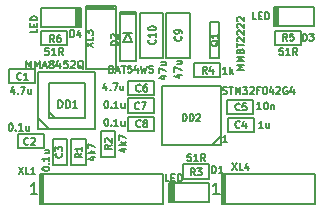
<source format=gbr>
G04 #@! TF.FileFunction,Legend,Top*
%FSLAX46Y46*%
G04 Gerber Fmt 4.6, Leading zero omitted, Abs format (unit mm)*
G04 Created by KiCad (PCBNEW 4.0.0-rc1-stable) date 16.11.2015 3:08:45*
%MOMM*%
G01*
G04 APERTURE LIST*
%ADD10C,0.100000*%
%ADD11C,0.150000*%
%ADD12C,0.149860*%
%ADD13C,0.127000*%
G04 APERTURE END LIST*
D10*
D11*
X126465900Y-85778800D02*
X125365900Y-85778800D01*
X125365900Y-85778800D02*
X125365900Y-84578800D01*
X125365900Y-84578800D02*
X127565900Y-84578800D01*
X127565900Y-84578800D02*
X127565900Y-85778800D01*
X127565900Y-85778800D02*
X126465900Y-85778800D01*
X127194200Y-91224300D02*
X126094200Y-91224300D01*
X126094200Y-91224300D02*
X126094200Y-90024300D01*
X126094200Y-90024300D02*
X128294200Y-90024300D01*
X128294200Y-90024300D02*
X128294200Y-91224300D01*
X128294200Y-91224300D02*
X127194200Y-91224300D01*
X130255700Y-91630600D02*
X130255700Y-92730600D01*
X130255700Y-92730600D02*
X129055700Y-92730600D01*
X129055700Y-92730600D02*
X129055700Y-90530600D01*
X129055700Y-90530600D02*
X130255700Y-90530600D01*
X130255700Y-90530600D02*
X130255700Y-91630600D01*
X145032400Y-88689300D02*
X146132400Y-88689300D01*
X146132400Y-88689300D02*
X146132400Y-89889300D01*
X146132400Y-89889300D02*
X143932400Y-89889300D01*
X143932400Y-89889300D02*
X143932400Y-88689300D01*
X143932400Y-88689300D02*
X145032400Y-88689300D01*
X144961700Y-87163800D02*
X146061700Y-87163800D01*
X146061700Y-87163800D02*
X146061700Y-88363800D01*
X146061700Y-88363800D02*
X143861700Y-88363800D01*
X143861700Y-88363800D02*
X143861700Y-87163800D01*
X143861700Y-87163800D02*
X144961700Y-87163800D01*
X136537700Y-86793600D02*
X135437700Y-86793600D01*
X135437700Y-86793600D02*
X135437700Y-85593600D01*
X135437700Y-85593600D02*
X137637700Y-85593600D01*
X137637700Y-85593600D02*
X137637700Y-86793600D01*
X137637700Y-86793600D02*
X136537700Y-86793600D01*
X136534700Y-88259500D02*
X135434700Y-88259500D01*
X135434700Y-88259500D02*
X135434700Y-87059500D01*
X135434700Y-87059500D02*
X137634700Y-87059500D01*
X137634700Y-87059500D02*
X137634700Y-88259500D01*
X137634700Y-88259500D02*
X136534700Y-88259500D01*
X136561600Y-89792900D02*
X135461600Y-89792900D01*
X135461600Y-89792900D02*
X135461600Y-88592900D01*
X135461600Y-88592900D02*
X137661600Y-88592900D01*
X137661600Y-88592900D02*
X137661600Y-89792900D01*
X137661600Y-89792900D02*
X136561600Y-89792900D01*
X140670700Y-79813900D02*
X140670700Y-83613900D01*
X140670700Y-83613900D02*
X138670700Y-83613900D01*
X138670700Y-83613900D02*
X138670700Y-79813900D01*
X138670700Y-79813900D02*
X140670700Y-79813900D01*
X138418700Y-79805700D02*
X138418700Y-83605700D01*
X138418700Y-83605700D02*
X136418700Y-83605700D01*
X136418700Y-83605700D02*
X136418700Y-79805700D01*
X136418700Y-79805700D02*
X138418700Y-79805700D01*
X139135100Y-95855200D02*
X138935100Y-95855200D01*
X138935100Y-95855200D02*
X138935100Y-94255200D01*
X138935100Y-94255200D02*
X139135100Y-94255200D01*
X139335100Y-95855200D02*
X139185100Y-95855200D01*
X139185100Y-95855200D02*
X139185100Y-94255200D01*
X139185100Y-94255200D02*
X139335100Y-94255200D01*
X139335100Y-94255200D02*
X139085100Y-94255200D01*
X139085100Y-94255200D02*
X139085100Y-95855200D01*
X139085100Y-95855200D02*
X139185100Y-95855200D01*
X142335100Y-95055200D02*
X142335100Y-95855200D01*
X142335100Y-95855200D02*
X139335100Y-95855200D01*
X139335100Y-95855200D02*
X139335100Y-94255200D01*
X139335100Y-94255200D02*
X142335100Y-94255200D01*
X142335100Y-94255200D02*
X142335100Y-95155200D01*
X136130200Y-79874000D02*
X136130200Y-79774000D01*
X136130200Y-79774000D02*
X134730200Y-79774000D01*
X134730200Y-79774000D02*
X134730200Y-79874000D01*
X136130200Y-79874000D02*
X136130200Y-83874000D01*
X136130200Y-83874000D02*
X134730200Y-83874000D01*
X134730200Y-83874000D02*
X134730200Y-79874000D01*
X134730200Y-79874000D02*
X136130200Y-79874000D01*
X135049200Y-81493000D02*
X135811200Y-81493000D01*
X135430200Y-82255000D02*
X135811200Y-82255000D01*
X135811200Y-82255000D02*
X135430200Y-81493000D01*
X135430200Y-81493000D02*
X135049200Y-82255000D01*
X135049200Y-82255000D02*
X135430200Y-82255000D01*
X147978600Y-80910700D02*
X147778600Y-80910700D01*
X147778600Y-80910700D02*
X147778600Y-79310700D01*
X147778600Y-79310700D02*
X147978600Y-79310700D01*
X148178600Y-80910700D02*
X148028600Y-80910700D01*
X148028600Y-80910700D02*
X148028600Y-79310700D01*
X148028600Y-79310700D02*
X148178600Y-79310700D01*
X148178600Y-79310700D02*
X147928600Y-79310700D01*
X147928600Y-79310700D02*
X147928600Y-80910700D01*
X147928600Y-80910700D02*
X148028600Y-80910700D01*
X151178600Y-80110700D02*
X151178600Y-80910700D01*
X151178600Y-80910700D02*
X148178600Y-80910700D01*
X148178600Y-80910700D02*
X148178600Y-79310700D01*
X148178600Y-79310700D02*
X151178600Y-79310700D01*
X151178600Y-79310700D02*
X151178600Y-80210700D01*
X131243900Y-79365500D02*
X131443900Y-79365500D01*
X131443900Y-79365500D02*
X131443900Y-80965500D01*
X131443900Y-80965500D02*
X131243900Y-80965500D01*
X131043900Y-79365500D02*
X131193900Y-79365500D01*
X131193900Y-79365500D02*
X131193900Y-80965500D01*
X131193900Y-80965500D02*
X131043900Y-80965500D01*
X131043900Y-80965500D02*
X131293900Y-80965500D01*
X131293900Y-80965500D02*
X131293900Y-79365500D01*
X131293900Y-79365500D02*
X131193900Y-79365500D01*
X128043900Y-80165500D02*
X128043900Y-79365500D01*
X128043900Y-79365500D02*
X131043900Y-79365500D01*
X131043900Y-79365500D02*
X131043900Y-80965500D01*
X131043900Y-80965500D02*
X128043900Y-80965500D01*
X128043900Y-80965500D02*
X128043900Y-80065500D01*
X127858000Y-88710800D02*
X128758000Y-89610800D01*
X128758000Y-89610800D02*
X128858000Y-89610800D01*
X127858000Y-87210800D02*
X127858000Y-84810800D01*
X127858000Y-84810800D02*
X132658000Y-84810800D01*
X132658000Y-84810800D02*
X132658000Y-89610800D01*
X132658000Y-89610800D02*
X127858000Y-89610800D01*
X127858000Y-89610800D02*
X127858000Y-87210800D01*
D12*
X128756860Y-88211560D02*
X129257240Y-88711940D01*
X128756860Y-85709660D02*
X131759140Y-85709660D01*
X131759140Y-85709660D02*
X131759140Y-88711940D01*
X131759140Y-88711940D02*
X128756860Y-88711940D01*
X128756860Y-88711940D02*
X128756860Y-85709660D01*
D13*
X143171200Y-80586800D02*
X143171200Y-83634800D01*
X143171200Y-83634800D02*
X142409200Y-83634800D01*
X142409200Y-83634800D02*
X142409200Y-80586800D01*
X142409200Y-80586800D02*
X143171200Y-80586800D01*
D11*
X131853200Y-91624300D02*
X131853200Y-92724300D01*
X131853200Y-92724300D02*
X130653200Y-92724300D01*
X130653200Y-92724300D02*
X130653200Y-90524300D01*
X130653200Y-90524300D02*
X131853200Y-90524300D01*
X131853200Y-90524300D02*
X131853200Y-91624300D01*
X134314500Y-90931800D02*
X134314500Y-92031800D01*
X134314500Y-92031800D02*
X133114500Y-92031800D01*
X133114500Y-92031800D02*
X133114500Y-89831800D01*
X133114500Y-89831800D02*
X134314500Y-89831800D01*
X134314500Y-89831800D02*
X134314500Y-90931800D01*
X141211900Y-93834200D02*
X140111900Y-93834200D01*
X140111900Y-93834200D02*
X140111900Y-92634200D01*
X140111900Y-92634200D02*
X142311900Y-92634200D01*
X142311900Y-92634200D02*
X142311900Y-93834200D01*
X142311900Y-93834200D02*
X141211900Y-93834200D01*
X142159300Y-85239500D02*
X141059300Y-85239500D01*
X141059300Y-85239500D02*
X141059300Y-84039500D01*
X141059300Y-84039500D02*
X143259300Y-84039500D01*
X143259300Y-84039500D02*
X143259300Y-85239500D01*
X143259300Y-85239500D02*
X142159300Y-85239500D01*
X148944700Y-82507400D02*
X147844700Y-82507400D01*
X147844700Y-82507400D02*
X147844700Y-81307400D01*
X147844700Y-81307400D02*
X150044700Y-81307400D01*
X150044700Y-81307400D02*
X150044700Y-82507400D01*
X150044700Y-82507400D02*
X148944700Y-82507400D01*
X129168900Y-81363300D02*
X130268900Y-81363300D01*
X130268900Y-81363300D02*
X130268900Y-82563300D01*
X130268900Y-82563300D02*
X128068900Y-82563300D01*
X128068900Y-82563300D02*
X128068900Y-81363300D01*
X128068900Y-81363300D02*
X129168900Y-81363300D01*
X131871200Y-84571400D02*
X131871200Y-79491400D01*
X134411200Y-84571400D02*
X134411200Y-79491400D01*
X131871200Y-79364400D02*
X131871200Y-79491400D01*
X134411200Y-79491400D02*
X134411200Y-79237400D01*
X134411200Y-79237400D02*
X131871200Y-79237400D01*
X131871200Y-79237400D02*
X131871200Y-79364400D01*
X131871200Y-79364400D02*
X134284200Y-79364400D01*
X134411200Y-84571400D02*
X131871200Y-84571400D01*
X131871200Y-79491400D02*
X134411200Y-79491400D01*
X128203400Y-95967400D02*
X127949400Y-95967400D01*
X127949400Y-95967400D02*
X127949400Y-93427400D01*
X127949400Y-93427400D02*
X128203400Y-93427400D01*
X128203400Y-93427400D02*
X128076400Y-93427400D01*
X128076400Y-93427400D02*
X128076400Y-95967400D01*
X128203400Y-93427400D02*
X138363400Y-93427400D01*
X138363400Y-93427400D02*
X138363400Y-95967400D01*
X138363400Y-95967400D02*
X128203400Y-95967400D01*
X128203400Y-95967400D02*
X128203400Y-93427400D01*
X143651100Y-96002500D02*
X151271100Y-96002500D01*
X143651100Y-93462500D02*
X151271100Y-93462500D01*
X143651100Y-96002500D02*
X143397100Y-96002500D01*
X143397100Y-96002500D02*
X143397100Y-93462500D01*
X143397100Y-93462500D02*
X143651100Y-93462500D01*
X143651100Y-93462500D02*
X143524100Y-93462500D01*
X143524100Y-93462500D02*
X143524100Y-96002500D01*
X151271100Y-93462500D02*
X151271100Y-96002500D01*
X143651100Y-96002500D02*
X143651100Y-93462500D01*
X143279300Y-90265100D02*
X142579300Y-90965100D01*
X143279300Y-90965100D02*
X138279300Y-90965100D01*
X138279300Y-90965100D02*
X138279300Y-85965100D01*
X138279300Y-85965100D02*
X143279300Y-85965100D01*
X143279300Y-85965100D02*
X143279300Y-90965100D01*
X126400000Y-85414286D02*
X126371429Y-85442857D01*
X126285715Y-85471429D01*
X126228572Y-85471429D01*
X126142857Y-85442857D01*
X126085715Y-85385714D01*
X126057143Y-85328571D01*
X126028572Y-85214286D01*
X126028572Y-85128571D01*
X126057143Y-85014286D01*
X126085715Y-84957143D01*
X126142857Y-84900000D01*
X126228572Y-84871429D01*
X126285715Y-84871429D01*
X126371429Y-84900000D01*
X126400000Y-84928571D01*
X126971429Y-85471429D02*
X126628572Y-85471429D01*
X126800000Y-85471429D02*
X126800000Y-84871429D01*
X126742857Y-84957143D01*
X126685715Y-85014286D01*
X126628572Y-85042857D01*
X125814286Y-86271429D02*
X125814286Y-86671429D01*
X125671429Y-86042857D02*
X125528572Y-86471429D01*
X125900000Y-86471429D01*
X126128572Y-86614286D02*
X126157144Y-86642857D01*
X126128572Y-86671429D01*
X126100001Y-86642857D01*
X126128572Y-86614286D01*
X126128572Y-86671429D01*
X126357143Y-86071429D02*
X126757143Y-86071429D01*
X126500000Y-86671429D01*
X127242858Y-86271429D02*
X127242858Y-86671429D01*
X126985715Y-86271429D02*
X126985715Y-86585714D01*
X127014287Y-86642857D01*
X127071429Y-86671429D01*
X127157144Y-86671429D01*
X127214287Y-86642857D01*
X127242858Y-86614286D01*
X127000000Y-90914286D02*
X126971429Y-90942857D01*
X126885715Y-90971429D01*
X126828572Y-90971429D01*
X126742857Y-90942857D01*
X126685715Y-90885714D01*
X126657143Y-90828571D01*
X126628572Y-90714286D01*
X126628572Y-90628571D01*
X126657143Y-90514286D01*
X126685715Y-90457143D01*
X126742857Y-90400000D01*
X126828572Y-90371429D01*
X126885715Y-90371429D01*
X126971429Y-90400000D01*
X127000000Y-90428571D01*
X127228572Y-90428571D02*
X127257143Y-90400000D01*
X127314286Y-90371429D01*
X127457143Y-90371429D01*
X127514286Y-90400000D01*
X127542857Y-90428571D01*
X127571429Y-90485714D01*
X127571429Y-90542857D01*
X127542857Y-90628571D01*
X127200000Y-90971429D01*
X127571429Y-90971429D01*
X125471429Y-89171429D02*
X125528572Y-89171429D01*
X125585715Y-89200000D01*
X125614286Y-89228571D01*
X125642857Y-89285714D01*
X125671429Y-89400000D01*
X125671429Y-89542857D01*
X125642857Y-89657143D01*
X125614286Y-89714286D01*
X125585715Y-89742857D01*
X125528572Y-89771429D01*
X125471429Y-89771429D01*
X125414286Y-89742857D01*
X125385715Y-89714286D01*
X125357143Y-89657143D01*
X125328572Y-89542857D01*
X125328572Y-89400000D01*
X125357143Y-89285714D01*
X125385715Y-89228571D01*
X125414286Y-89200000D01*
X125471429Y-89171429D01*
X125928572Y-89714286D02*
X125957144Y-89742857D01*
X125928572Y-89771429D01*
X125900001Y-89742857D01*
X125928572Y-89714286D01*
X125928572Y-89771429D01*
X126528572Y-89771429D02*
X126185715Y-89771429D01*
X126357143Y-89771429D02*
X126357143Y-89171429D01*
X126300000Y-89257143D01*
X126242858Y-89314286D01*
X126185715Y-89342857D01*
X127042858Y-89371429D02*
X127042858Y-89771429D01*
X126785715Y-89371429D02*
X126785715Y-89685714D01*
X126814287Y-89742857D01*
X126871429Y-89771429D01*
X126957144Y-89771429D01*
X127014287Y-89742857D01*
X127042858Y-89714286D01*
X129814286Y-91700000D02*
X129842857Y-91728571D01*
X129871429Y-91814285D01*
X129871429Y-91871428D01*
X129842857Y-91957143D01*
X129785714Y-92014285D01*
X129728571Y-92042857D01*
X129614286Y-92071428D01*
X129528571Y-92071428D01*
X129414286Y-92042857D01*
X129357143Y-92014285D01*
X129300000Y-91957143D01*
X129271429Y-91871428D01*
X129271429Y-91814285D01*
X129300000Y-91728571D01*
X129328571Y-91700000D01*
X129271429Y-91500000D02*
X129271429Y-91128571D01*
X129500000Y-91328571D01*
X129500000Y-91242857D01*
X129528571Y-91185714D01*
X129557143Y-91157143D01*
X129614286Y-91128571D01*
X129757143Y-91128571D01*
X129814286Y-91157143D01*
X129842857Y-91185714D01*
X129871429Y-91242857D01*
X129871429Y-91414285D01*
X129842857Y-91471428D01*
X129814286Y-91500000D01*
X128171429Y-93028571D02*
X128171429Y-92971428D01*
X128200000Y-92914285D01*
X128228571Y-92885714D01*
X128285714Y-92857143D01*
X128400000Y-92828571D01*
X128542857Y-92828571D01*
X128657143Y-92857143D01*
X128714286Y-92885714D01*
X128742857Y-92914285D01*
X128771429Y-92971428D01*
X128771429Y-93028571D01*
X128742857Y-93085714D01*
X128714286Y-93114285D01*
X128657143Y-93142857D01*
X128542857Y-93171428D01*
X128400000Y-93171428D01*
X128285714Y-93142857D01*
X128228571Y-93114285D01*
X128200000Y-93085714D01*
X128171429Y-93028571D01*
X128714286Y-92571428D02*
X128742857Y-92542856D01*
X128771429Y-92571428D01*
X128742857Y-92599999D01*
X128714286Y-92571428D01*
X128771429Y-92571428D01*
X128771429Y-91971428D02*
X128771429Y-92314285D01*
X128771429Y-92142857D02*
X128171429Y-92142857D01*
X128257143Y-92200000D01*
X128314286Y-92257142D01*
X128342857Y-92314285D01*
X128371429Y-91457142D02*
X128771429Y-91457142D01*
X128371429Y-91714285D02*
X128685714Y-91714285D01*
X128742857Y-91685713D01*
X128771429Y-91628571D01*
X128771429Y-91542856D01*
X128742857Y-91485713D01*
X128714286Y-91457142D01*
X144900000Y-89514286D02*
X144871429Y-89542857D01*
X144785715Y-89571429D01*
X144728572Y-89571429D01*
X144642857Y-89542857D01*
X144585715Y-89485714D01*
X144557143Y-89428571D01*
X144528572Y-89314286D01*
X144528572Y-89228571D01*
X144557143Y-89114286D01*
X144585715Y-89057143D01*
X144642857Y-89000000D01*
X144728572Y-88971429D01*
X144785715Y-88971429D01*
X144871429Y-89000000D01*
X144900000Y-89028571D01*
X145414286Y-89171429D02*
X145414286Y-89571429D01*
X145271429Y-88942857D02*
X145128572Y-89371429D01*
X145500000Y-89371429D01*
X146900000Y-89571429D02*
X146557143Y-89571429D01*
X146728571Y-89571429D02*
X146728571Y-88971429D01*
X146671428Y-89057143D01*
X146614286Y-89114286D01*
X146557143Y-89142857D01*
X147414286Y-89171429D02*
X147414286Y-89571429D01*
X147157143Y-89171429D02*
X147157143Y-89485714D01*
X147185715Y-89542857D01*
X147242857Y-89571429D01*
X147328572Y-89571429D01*
X147385715Y-89542857D01*
X147414286Y-89514286D01*
X144900000Y-88014286D02*
X144871429Y-88042857D01*
X144785715Y-88071429D01*
X144728572Y-88071429D01*
X144642857Y-88042857D01*
X144585715Y-87985714D01*
X144557143Y-87928571D01*
X144528572Y-87814286D01*
X144528572Y-87728571D01*
X144557143Y-87614286D01*
X144585715Y-87557143D01*
X144642857Y-87500000D01*
X144728572Y-87471429D01*
X144785715Y-87471429D01*
X144871429Y-87500000D01*
X144900000Y-87528571D01*
X145442857Y-87471429D02*
X145157143Y-87471429D01*
X145128572Y-87757143D01*
X145157143Y-87728571D01*
X145214286Y-87700000D01*
X145357143Y-87700000D01*
X145414286Y-87728571D01*
X145442857Y-87757143D01*
X145471429Y-87814286D01*
X145471429Y-87957143D01*
X145442857Y-88014286D01*
X145414286Y-88042857D01*
X145357143Y-88071429D01*
X145214286Y-88071429D01*
X145157143Y-88042857D01*
X145128572Y-88014286D01*
X146714286Y-87971429D02*
X146371429Y-87971429D01*
X146542857Y-87971429D02*
X146542857Y-87371429D01*
X146485714Y-87457143D01*
X146428572Y-87514286D01*
X146371429Y-87542857D01*
X147085715Y-87371429D02*
X147142858Y-87371429D01*
X147200001Y-87400000D01*
X147228572Y-87428571D01*
X147257143Y-87485714D01*
X147285715Y-87600000D01*
X147285715Y-87742857D01*
X147257143Y-87857143D01*
X147228572Y-87914286D01*
X147200001Y-87942857D01*
X147142858Y-87971429D01*
X147085715Y-87971429D01*
X147028572Y-87942857D01*
X147000001Y-87914286D01*
X146971429Y-87857143D01*
X146942858Y-87742857D01*
X146942858Y-87600000D01*
X146971429Y-87485714D01*
X147000001Y-87428571D01*
X147028572Y-87400000D01*
X147085715Y-87371429D01*
X147542858Y-87571429D02*
X147542858Y-87971429D01*
X147542858Y-87628571D02*
X147571430Y-87600000D01*
X147628572Y-87571429D01*
X147714287Y-87571429D01*
X147771430Y-87600000D01*
X147800001Y-87657143D01*
X147800001Y-87971429D01*
X136500000Y-86414286D02*
X136471429Y-86442857D01*
X136385715Y-86471429D01*
X136328572Y-86471429D01*
X136242857Y-86442857D01*
X136185715Y-86385714D01*
X136157143Y-86328571D01*
X136128572Y-86214286D01*
X136128572Y-86128571D01*
X136157143Y-86014286D01*
X136185715Y-85957143D01*
X136242857Y-85900000D01*
X136328572Y-85871429D01*
X136385715Y-85871429D01*
X136471429Y-85900000D01*
X136500000Y-85928571D01*
X137014286Y-85871429D02*
X136900000Y-85871429D01*
X136842857Y-85900000D01*
X136814286Y-85928571D01*
X136757143Y-86014286D01*
X136728572Y-86128571D01*
X136728572Y-86357143D01*
X136757143Y-86414286D01*
X136785715Y-86442857D01*
X136842857Y-86471429D01*
X136957143Y-86471429D01*
X137014286Y-86442857D01*
X137042857Y-86414286D01*
X137071429Y-86357143D01*
X137071429Y-86214286D01*
X137042857Y-86157143D01*
X137014286Y-86128571D01*
X136957143Y-86100000D01*
X136842857Y-86100000D01*
X136785715Y-86128571D01*
X136757143Y-86157143D01*
X136728572Y-86214286D01*
X133614286Y-85971429D02*
X133614286Y-86371429D01*
X133471429Y-85742857D02*
X133328572Y-86171429D01*
X133700000Y-86171429D01*
X133928572Y-86314286D02*
X133957144Y-86342857D01*
X133928572Y-86371429D01*
X133900001Y-86342857D01*
X133928572Y-86314286D01*
X133928572Y-86371429D01*
X134157143Y-85771429D02*
X134557143Y-85771429D01*
X134300000Y-86371429D01*
X135042858Y-85971429D02*
X135042858Y-86371429D01*
X134785715Y-85971429D02*
X134785715Y-86285714D01*
X134814287Y-86342857D01*
X134871429Y-86371429D01*
X134957144Y-86371429D01*
X135014287Y-86342857D01*
X135042858Y-86314286D01*
X136400000Y-87914286D02*
X136371429Y-87942857D01*
X136285715Y-87971429D01*
X136228572Y-87971429D01*
X136142857Y-87942857D01*
X136085715Y-87885714D01*
X136057143Y-87828571D01*
X136028572Y-87714286D01*
X136028572Y-87628571D01*
X136057143Y-87514286D01*
X136085715Y-87457143D01*
X136142857Y-87400000D01*
X136228572Y-87371429D01*
X136285715Y-87371429D01*
X136371429Y-87400000D01*
X136400000Y-87428571D01*
X136600000Y-87371429D02*
X137000000Y-87371429D01*
X136742857Y-87971429D01*
X133571429Y-87271429D02*
X133628572Y-87271429D01*
X133685715Y-87300000D01*
X133714286Y-87328571D01*
X133742857Y-87385714D01*
X133771429Y-87500000D01*
X133771429Y-87642857D01*
X133742857Y-87757143D01*
X133714286Y-87814286D01*
X133685715Y-87842857D01*
X133628572Y-87871429D01*
X133571429Y-87871429D01*
X133514286Y-87842857D01*
X133485715Y-87814286D01*
X133457143Y-87757143D01*
X133428572Y-87642857D01*
X133428572Y-87500000D01*
X133457143Y-87385714D01*
X133485715Y-87328571D01*
X133514286Y-87300000D01*
X133571429Y-87271429D01*
X134028572Y-87814286D02*
X134057144Y-87842857D01*
X134028572Y-87871429D01*
X134000001Y-87842857D01*
X134028572Y-87814286D01*
X134028572Y-87871429D01*
X134628572Y-87871429D02*
X134285715Y-87871429D01*
X134457143Y-87871429D02*
X134457143Y-87271429D01*
X134400000Y-87357143D01*
X134342858Y-87414286D01*
X134285715Y-87442857D01*
X135142858Y-87471429D02*
X135142858Y-87871429D01*
X134885715Y-87471429D02*
X134885715Y-87785714D01*
X134914287Y-87842857D01*
X134971429Y-87871429D01*
X135057144Y-87871429D01*
X135114287Y-87842857D01*
X135142858Y-87814286D01*
X136500000Y-89414286D02*
X136471429Y-89442857D01*
X136385715Y-89471429D01*
X136328572Y-89471429D01*
X136242857Y-89442857D01*
X136185715Y-89385714D01*
X136157143Y-89328571D01*
X136128572Y-89214286D01*
X136128572Y-89128571D01*
X136157143Y-89014286D01*
X136185715Y-88957143D01*
X136242857Y-88900000D01*
X136328572Y-88871429D01*
X136385715Y-88871429D01*
X136471429Y-88900000D01*
X136500000Y-88928571D01*
X136842857Y-89128571D02*
X136785715Y-89100000D01*
X136757143Y-89071429D01*
X136728572Y-89014286D01*
X136728572Y-88985714D01*
X136757143Y-88928571D01*
X136785715Y-88900000D01*
X136842857Y-88871429D01*
X136957143Y-88871429D01*
X137014286Y-88900000D01*
X137042857Y-88928571D01*
X137071429Y-88985714D01*
X137071429Y-89014286D01*
X137042857Y-89071429D01*
X137014286Y-89100000D01*
X136957143Y-89128571D01*
X136842857Y-89128571D01*
X136785715Y-89157143D01*
X136757143Y-89185714D01*
X136728572Y-89242857D01*
X136728572Y-89357143D01*
X136757143Y-89414286D01*
X136785715Y-89442857D01*
X136842857Y-89471429D01*
X136957143Y-89471429D01*
X137014286Y-89442857D01*
X137042857Y-89414286D01*
X137071429Y-89357143D01*
X137071429Y-89242857D01*
X137042857Y-89185714D01*
X137014286Y-89157143D01*
X136957143Y-89128571D01*
X133571429Y-88771429D02*
X133628572Y-88771429D01*
X133685715Y-88800000D01*
X133714286Y-88828571D01*
X133742857Y-88885714D01*
X133771429Y-89000000D01*
X133771429Y-89142857D01*
X133742857Y-89257143D01*
X133714286Y-89314286D01*
X133685715Y-89342857D01*
X133628572Y-89371429D01*
X133571429Y-89371429D01*
X133514286Y-89342857D01*
X133485715Y-89314286D01*
X133457143Y-89257143D01*
X133428572Y-89142857D01*
X133428572Y-89000000D01*
X133457143Y-88885714D01*
X133485715Y-88828571D01*
X133514286Y-88800000D01*
X133571429Y-88771429D01*
X134028572Y-89314286D02*
X134057144Y-89342857D01*
X134028572Y-89371429D01*
X134000001Y-89342857D01*
X134028572Y-89314286D01*
X134028572Y-89371429D01*
X134628572Y-89371429D02*
X134285715Y-89371429D01*
X134457143Y-89371429D02*
X134457143Y-88771429D01*
X134400000Y-88857143D01*
X134342858Y-88914286D01*
X134285715Y-88942857D01*
X135142858Y-88971429D02*
X135142858Y-89371429D01*
X134885715Y-88971429D02*
X134885715Y-89285714D01*
X134914287Y-89342857D01*
X134971429Y-89371429D01*
X135057144Y-89371429D01*
X135114287Y-89342857D01*
X135142858Y-89314286D01*
X139914286Y-81800000D02*
X139942857Y-81828571D01*
X139971429Y-81914285D01*
X139971429Y-81971428D01*
X139942857Y-82057143D01*
X139885714Y-82114285D01*
X139828571Y-82142857D01*
X139714286Y-82171428D01*
X139628571Y-82171428D01*
X139514286Y-82142857D01*
X139457143Y-82114285D01*
X139400000Y-82057143D01*
X139371429Y-81971428D01*
X139371429Y-81914285D01*
X139400000Y-81828571D01*
X139428571Y-81800000D01*
X139971429Y-81514285D02*
X139971429Y-81400000D01*
X139942857Y-81342857D01*
X139914286Y-81314285D01*
X139828571Y-81257143D01*
X139714286Y-81228571D01*
X139485714Y-81228571D01*
X139428571Y-81257143D01*
X139400000Y-81285714D01*
X139371429Y-81342857D01*
X139371429Y-81457143D01*
X139400000Y-81514285D01*
X139428571Y-81542857D01*
X139485714Y-81571428D01*
X139628571Y-81571428D01*
X139685714Y-81542857D01*
X139714286Y-81514285D01*
X139742857Y-81457143D01*
X139742857Y-81342857D01*
X139714286Y-81285714D01*
X139685714Y-81257143D01*
X139628571Y-81228571D01*
X139571429Y-85042857D02*
X139971429Y-85042857D01*
X139342857Y-85185714D02*
X139771429Y-85328571D01*
X139771429Y-84957143D01*
X139371429Y-84785714D02*
X139371429Y-84385714D01*
X139971429Y-84642857D01*
X139571429Y-83899999D02*
X139971429Y-83899999D01*
X139571429Y-84157142D02*
X139885714Y-84157142D01*
X139942857Y-84128570D01*
X139971429Y-84071428D01*
X139971429Y-83985713D01*
X139942857Y-83928570D01*
X139914286Y-83899999D01*
X137714286Y-82085715D02*
X137742857Y-82114286D01*
X137771429Y-82200000D01*
X137771429Y-82257143D01*
X137742857Y-82342858D01*
X137685714Y-82400000D01*
X137628571Y-82428572D01*
X137514286Y-82457143D01*
X137428571Y-82457143D01*
X137314286Y-82428572D01*
X137257143Y-82400000D01*
X137200000Y-82342858D01*
X137171429Y-82257143D01*
X137171429Y-82200000D01*
X137200000Y-82114286D01*
X137228571Y-82085715D01*
X137771429Y-81514286D02*
X137771429Y-81857143D01*
X137771429Y-81685715D02*
X137171429Y-81685715D01*
X137257143Y-81742858D01*
X137314286Y-81800000D01*
X137342857Y-81857143D01*
X137171429Y-81142857D02*
X137171429Y-81085714D01*
X137200000Y-81028571D01*
X137228571Y-81000000D01*
X137285714Y-80971429D01*
X137400000Y-80942857D01*
X137542857Y-80942857D01*
X137657143Y-80971429D01*
X137714286Y-81000000D01*
X137742857Y-81028571D01*
X137771429Y-81085714D01*
X137771429Y-81142857D01*
X137742857Y-81200000D01*
X137714286Y-81228571D01*
X137657143Y-81257143D01*
X137542857Y-81285714D01*
X137400000Y-81285714D01*
X137285714Y-81257143D01*
X137228571Y-81228571D01*
X137200000Y-81200000D01*
X137171429Y-81142857D01*
X138271429Y-85142857D02*
X138671429Y-85142857D01*
X138042857Y-85285714D02*
X138471429Y-85428571D01*
X138471429Y-85057143D01*
X138071429Y-84885714D02*
X138071429Y-84485714D01*
X138671429Y-84742857D01*
X138271429Y-83999999D02*
X138671429Y-83999999D01*
X138271429Y-84257142D02*
X138585714Y-84257142D01*
X138642857Y-84228570D01*
X138671429Y-84171428D01*
X138671429Y-84085713D01*
X138642857Y-84028570D01*
X138614286Y-83999999D01*
X142557143Y-93371429D02*
X142557143Y-92771429D01*
X142700000Y-92771429D01*
X142785715Y-92800000D01*
X142842857Y-92857143D01*
X142871429Y-92914286D01*
X142900000Y-93028571D01*
X142900000Y-93114286D01*
X142871429Y-93228571D01*
X142842857Y-93285714D01*
X142785715Y-93342857D01*
X142700000Y-93371429D01*
X142557143Y-93371429D01*
X143471429Y-93371429D02*
X143128572Y-93371429D01*
X143300000Y-93371429D02*
X143300000Y-92771429D01*
X143242857Y-92857143D01*
X143185715Y-92914286D01*
X143128572Y-92942857D01*
X138914286Y-94071429D02*
X138628572Y-94071429D01*
X138628572Y-93471429D01*
X139114286Y-93757143D02*
X139314286Y-93757143D01*
X139400000Y-94071429D02*
X139114286Y-94071429D01*
X139114286Y-93471429D01*
X139400000Y-93471429D01*
X139657143Y-94071429D02*
X139657143Y-93471429D01*
X139800000Y-93471429D01*
X139885715Y-93500000D01*
X139942857Y-93557143D01*
X139971429Y-93614286D01*
X140000000Y-93728571D01*
X140000000Y-93814286D01*
X139971429Y-93928571D01*
X139942857Y-93985714D01*
X139885715Y-94042857D01*
X139800000Y-94071429D01*
X139657143Y-94071429D01*
D12*
X134571175Y-82542443D02*
X133971735Y-82542443D01*
X133971735Y-82399719D01*
X134000280Y-82314085D01*
X134057370Y-82256996D01*
X134114459Y-82228451D01*
X134228638Y-82199906D01*
X134314272Y-82199906D01*
X134428451Y-82228451D01*
X134485541Y-82256996D01*
X134542630Y-82314085D01*
X134571175Y-82399719D01*
X134571175Y-82542443D01*
X134028825Y-81971548D02*
X134000280Y-81943003D01*
X133971735Y-81885914D01*
X133971735Y-81743190D01*
X134000280Y-81686100D01*
X134028825Y-81657556D01*
X134085914Y-81629011D01*
X134143004Y-81629011D01*
X134228638Y-81657556D01*
X134571175Y-82000093D01*
X134571175Y-81629011D01*
X134058677Y-84557183D02*
X134144311Y-84585728D01*
X134172856Y-84614272D01*
X134201401Y-84671362D01*
X134201401Y-84756996D01*
X134172856Y-84814086D01*
X134144311Y-84842630D01*
X134087222Y-84871175D01*
X133858864Y-84871175D01*
X133858864Y-84271735D01*
X134058677Y-84271735D01*
X134115767Y-84300280D01*
X134144311Y-84328825D01*
X134172856Y-84385914D01*
X134172856Y-84443004D01*
X134144311Y-84500093D01*
X134115767Y-84528638D01*
X134058677Y-84557183D01*
X133858864Y-84557183D01*
X134429759Y-84699907D02*
X134715207Y-84699907D01*
X134372670Y-84871175D02*
X134572483Y-84271735D01*
X134772296Y-84871175D01*
X134886476Y-84271735D02*
X135229013Y-84271735D01*
X135057744Y-84871175D02*
X135057744Y-84271735D01*
X135714273Y-84271735D02*
X135428826Y-84271735D01*
X135400281Y-84557183D01*
X135428826Y-84528638D01*
X135485915Y-84500093D01*
X135628639Y-84500093D01*
X135685729Y-84528638D01*
X135714273Y-84557183D01*
X135742818Y-84614272D01*
X135742818Y-84756996D01*
X135714273Y-84814086D01*
X135685729Y-84842630D01*
X135628639Y-84871175D01*
X135485915Y-84871175D01*
X135428826Y-84842630D01*
X135400281Y-84814086D01*
X136256624Y-84471549D02*
X136256624Y-84871175D01*
X136113900Y-84243190D02*
X135971176Y-84671362D01*
X136342258Y-84671362D01*
X136513526Y-84271735D02*
X136656250Y-84871175D01*
X136770429Y-84443004D01*
X136884608Y-84871175D01*
X137027332Y-84271735D01*
X137227145Y-84842630D02*
X137312779Y-84871175D01*
X137455503Y-84871175D01*
X137512593Y-84842630D01*
X137541137Y-84814086D01*
X137569682Y-84756996D01*
X137569682Y-84699907D01*
X137541137Y-84642817D01*
X137512593Y-84614272D01*
X137455503Y-84585728D01*
X137341324Y-84557183D01*
X137284235Y-84528638D01*
X137255690Y-84500093D01*
X137227145Y-84443004D01*
X137227145Y-84385914D01*
X137255690Y-84328825D01*
X137284235Y-84300280D01*
X137341324Y-84271735D01*
X137484048Y-84271735D01*
X137569682Y-84300280D01*
D11*
X150257143Y-82171429D02*
X150257143Y-81571429D01*
X150400000Y-81571429D01*
X150485715Y-81600000D01*
X150542857Y-81657143D01*
X150571429Y-81714286D01*
X150600000Y-81828571D01*
X150600000Y-81914286D01*
X150571429Y-82028571D01*
X150542857Y-82085714D01*
X150485715Y-82142857D01*
X150400000Y-82171429D01*
X150257143Y-82171429D01*
X150800000Y-81571429D02*
X151171429Y-81571429D01*
X150971429Y-81800000D01*
X151057143Y-81800000D01*
X151114286Y-81828571D01*
X151142857Y-81857143D01*
X151171429Y-81914286D01*
X151171429Y-82057143D01*
X151142857Y-82114286D01*
X151114286Y-82142857D01*
X151057143Y-82171429D01*
X150885715Y-82171429D01*
X150828572Y-82142857D01*
X150800000Y-82114286D01*
X146314286Y-80371429D02*
X146028572Y-80371429D01*
X146028572Y-79771429D01*
X146514286Y-80057143D02*
X146714286Y-80057143D01*
X146800000Y-80371429D02*
X146514286Y-80371429D01*
X146514286Y-79771429D01*
X146800000Y-79771429D01*
X147057143Y-80371429D02*
X147057143Y-79771429D01*
X147200000Y-79771429D01*
X147285715Y-79800000D01*
X147342857Y-79857143D01*
X147371429Y-79914286D01*
X147400000Y-80028571D01*
X147400000Y-80114286D01*
X147371429Y-80228571D01*
X147342857Y-80285714D01*
X147285715Y-80342857D01*
X147200000Y-80371429D01*
X147057143Y-80371429D01*
X130557143Y-81871429D02*
X130557143Y-81271429D01*
X130700000Y-81271429D01*
X130785715Y-81300000D01*
X130842857Y-81357143D01*
X130871429Y-81414286D01*
X130900000Y-81528571D01*
X130900000Y-81614286D01*
X130871429Y-81728571D01*
X130842857Y-81785714D01*
X130785715Y-81842857D01*
X130700000Y-81871429D01*
X130557143Y-81871429D01*
X131414286Y-81471429D02*
X131414286Y-81871429D01*
X131271429Y-81242857D02*
X131128572Y-81671429D01*
X131500000Y-81671429D01*
X127771429Y-81185714D02*
X127771429Y-81471428D01*
X127171429Y-81471428D01*
X127457143Y-80985714D02*
X127457143Y-80785714D01*
X127771429Y-80700000D02*
X127771429Y-80985714D01*
X127171429Y-80985714D01*
X127171429Y-80700000D01*
X127771429Y-80442857D02*
X127171429Y-80442857D01*
X127171429Y-80300000D01*
X127200000Y-80214285D01*
X127257143Y-80157143D01*
X127314286Y-80128571D01*
X127428571Y-80100000D01*
X127514286Y-80100000D01*
X127628571Y-80128571D01*
X127685714Y-80157143D01*
X127742857Y-80214285D01*
X127771429Y-80300000D01*
X127771429Y-80442857D01*
D12*
X129551809Y-87838062D02*
X129551809Y-87203062D01*
X129703000Y-87203062D01*
X129793714Y-87233300D01*
X129854190Y-87293776D01*
X129884429Y-87354252D01*
X129914667Y-87475205D01*
X129914667Y-87565919D01*
X129884429Y-87686871D01*
X129854190Y-87747348D01*
X129793714Y-87807824D01*
X129703000Y-87838062D01*
X129551809Y-87838062D01*
X130186809Y-87838062D02*
X130186809Y-87203062D01*
X130338000Y-87203062D01*
X130428714Y-87233300D01*
X130489190Y-87293776D01*
X130519429Y-87354252D01*
X130549667Y-87475205D01*
X130549667Y-87565919D01*
X130519429Y-87686871D01*
X130489190Y-87747348D01*
X130428714Y-87807824D01*
X130338000Y-87838062D01*
X130186809Y-87838062D01*
X131154429Y-87838062D02*
X130791571Y-87838062D01*
X130973000Y-87838062D02*
X130973000Y-87203062D01*
X130912524Y-87293776D01*
X130852048Y-87354252D01*
X130791571Y-87384490D01*
X126811190Y-84487262D02*
X126811190Y-83852262D01*
X127022857Y-84305833D01*
X127234524Y-83852262D01*
X127234524Y-84487262D01*
X127536904Y-84487262D02*
X127536904Y-83852262D01*
X127748571Y-84305833D01*
X127960238Y-83852262D01*
X127960238Y-84487262D01*
X128232380Y-84305833D02*
X128534761Y-84305833D01*
X128171904Y-84487262D02*
X128383571Y-83852262D01*
X128595238Y-84487262D01*
X128897619Y-84124405D02*
X128837143Y-84094167D01*
X128806904Y-84063929D01*
X128776666Y-84003452D01*
X128776666Y-83973214D01*
X128806904Y-83912738D01*
X128837143Y-83882500D01*
X128897619Y-83852262D01*
X129018571Y-83852262D01*
X129079047Y-83882500D01*
X129109285Y-83912738D01*
X129139524Y-83973214D01*
X129139524Y-84003452D01*
X129109285Y-84063929D01*
X129079047Y-84094167D01*
X129018571Y-84124405D01*
X128897619Y-84124405D01*
X128837143Y-84154643D01*
X128806904Y-84184881D01*
X128776666Y-84245357D01*
X128776666Y-84366310D01*
X128806904Y-84426786D01*
X128837143Y-84457024D01*
X128897619Y-84487262D01*
X129018571Y-84487262D01*
X129079047Y-84457024D01*
X129109285Y-84426786D01*
X129139524Y-84366310D01*
X129139524Y-84245357D01*
X129109285Y-84184881D01*
X129079047Y-84154643D01*
X129018571Y-84124405D01*
X129683809Y-84063929D02*
X129683809Y-84487262D01*
X129532619Y-83822024D02*
X129381428Y-84275595D01*
X129774524Y-84275595D01*
X130318809Y-83852262D02*
X130016428Y-83852262D01*
X129986190Y-84154643D01*
X130016428Y-84124405D01*
X130076905Y-84094167D01*
X130228095Y-84094167D01*
X130288571Y-84124405D01*
X130318809Y-84154643D01*
X130349048Y-84215119D01*
X130349048Y-84366310D01*
X130318809Y-84426786D01*
X130288571Y-84457024D01*
X130228095Y-84487262D01*
X130076905Y-84487262D01*
X130016428Y-84457024D01*
X129986190Y-84426786D01*
X130590952Y-83912738D02*
X130621190Y-83882500D01*
X130681667Y-83852262D01*
X130832857Y-83852262D01*
X130893333Y-83882500D01*
X130923571Y-83912738D01*
X130953810Y-83973214D01*
X130953810Y-84033690D01*
X130923571Y-84124405D01*
X130560714Y-84487262D01*
X130953810Y-84487262D01*
X131649286Y-84547738D02*
X131588810Y-84517500D01*
X131528333Y-84457024D01*
X131437619Y-84366310D01*
X131377143Y-84336071D01*
X131316667Y-84336071D01*
X131346905Y-84487262D02*
X131286429Y-84457024D01*
X131225952Y-84396548D01*
X131195714Y-84275595D01*
X131195714Y-84063929D01*
X131225952Y-83942976D01*
X131286429Y-83882500D01*
X131346905Y-83852262D01*
X131467857Y-83852262D01*
X131528333Y-83882500D01*
X131588810Y-83942976D01*
X131619048Y-84063929D01*
X131619048Y-84275595D01*
X131588810Y-84396548D01*
X131528333Y-84457024D01*
X131467857Y-84487262D01*
X131346905Y-84487262D01*
D11*
X143128571Y-82157143D02*
X143100000Y-82214286D01*
X143042857Y-82271429D01*
X142957143Y-82357143D01*
X142928571Y-82414286D01*
X142928571Y-82471429D01*
X143071429Y-82442857D02*
X143042857Y-82500000D01*
X142985714Y-82557143D01*
X142871429Y-82585714D01*
X142671429Y-82585714D01*
X142557143Y-82557143D01*
X142500000Y-82500000D01*
X142471429Y-82442857D01*
X142471429Y-82328571D01*
X142500000Y-82271429D01*
X142557143Y-82214286D01*
X142671429Y-82185714D01*
X142871429Y-82185714D01*
X142985714Y-82214286D01*
X143042857Y-82271429D01*
X143071429Y-82328571D01*
X143071429Y-82442857D01*
X143071429Y-81614286D02*
X143071429Y-81957143D01*
X143071429Y-81785715D02*
X142471429Y-81785715D01*
X142557143Y-81842858D01*
X142614286Y-81900000D01*
X142642857Y-81957143D01*
D12*
X145271175Y-84612218D02*
X144671735Y-84612218D01*
X145099907Y-84412405D01*
X144671735Y-84212592D01*
X145271175Y-84212592D01*
X145271175Y-83927144D02*
X144671735Y-83927144D01*
X145099907Y-83727331D01*
X144671735Y-83527518D01*
X145271175Y-83527518D01*
X144957183Y-83042257D02*
X144985728Y-82956623D01*
X145014272Y-82928078D01*
X145071362Y-82899533D01*
X145156996Y-82899533D01*
X145214086Y-82928078D01*
X145242630Y-82956623D01*
X145271175Y-83013712D01*
X145271175Y-83242070D01*
X144671735Y-83242070D01*
X144671735Y-83042257D01*
X144700280Y-82985167D01*
X144728825Y-82956623D01*
X144785914Y-82928078D01*
X144843004Y-82928078D01*
X144900093Y-82956623D01*
X144928638Y-82985167D01*
X144957183Y-83042257D01*
X144957183Y-83242070D01*
X144671735Y-82728264D02*
X144671735Y-82385727D01*
X145271175Y-82556996D02*
X144671735Y-82556996D01*
X144728825Y-82214459D02*
X144700280Y-82185914D01*
X144671735Y-82128825D01*
X144671735Y-81986101D01*
X144700280Y-81929011D01*
X144728825Y-81900467D01*
X144785914Y-81871922D01*
X144843004Y-81871922D01*
X144928638Y-81900467D01*
X145271175Y-82243004D01*
X145271175Y-81871922D01*
X144728825Y-81643564D02*
X144700280Y-81615019D01*
X144671735Y-81557930D01*
X144671735Y-81415206D01*
X144700280Y-81358116D01*
X144728825Y-81329572D01*
X144785914Y-81301027D01*
X144843004Y-81301027D01*
X144928638Y-81329572D01*
X145271175Y-81672109D01*
X145271175Y-81301027D01*
X144728825Y-81072669D02*
X144700280Y-81044124D01*
X144671735Y-80987035D01*
X144671735Y-80844311D01*
X144700280Y-80787221D01*
X144728825Y-80758677D01*
X144785914Y-80730132D01*
X144843004Y-80730132D01*
X144928638Y-80758677D01*
X145271175Y-81101214D01*
X145271175Y-80730132D01*
X144728825Y-80501774D02*
X144700280Y-80473229D01*
X144671735Y-80416140D01*
X144671735Y-80273416D01*
X144700280Y-80216326D01*
X144728825Y-80187782D01*
X144785914Y-80159237D01*
X144843004Y-80159237D01*
X144928638Y-80187782D01*
X145271175Y-80530319D01*
X145271175Y-80159237D01*
D11*
X131571429Y-91700000D02*
X131285714Y-91900000D01*
X131571429Y-92042857D02*
X130971429Y-92042857D01*
X130971429Y-91814285D01*
X131000000Y-91757143D01*
X131028571Y-91728571D01*
X131085714Y-91700000D01*
X131171429Y-91700000D01*
X131228571Y-91728571D01*
X131257143Y-91757143D01*
X131285714Y-91814285D01*
X131285714Y-92042857D01*
X131571429Y-91128571D02*
X131571429Y-91471428D01*
X131571429Y-91300000D02*
X130971429Y-91300000D01*
X131057143Y-91357143D01*
X131114286Y-91414285D01*
X131142857Y-91471428D01*
X132271429Y-92014286D02*
X132671429Y-92014286D01*
X132042857Y-92157143D02*
X132471429Y-92300000D01*
X132471429Y-91928572D01*
X132671429Y-91700000D02*
X132071429Y-91700000D01*
X132442857Y-91642857D02*
X132671429Y-91471428D01*
X132271429Y-91471428D02*
X132500000Y-91700000D01*
X132071429Y-91271429D02*
X132071429Y-90871429D01*
X132671429Y-91128572D01*
X134071429Y-91000000D02*
X133785714Y-91200000D01*
X134071429Y-91342857D02*
X133471429Y-91342857D01*
X133471429Y-91114285D01*
X133500000Y-91057143D01*
X133528571Y-91028571D01*
X133585714Y-91000000D01*
X133671429Y-91000000D01*
X133728571Y-91028571D01*
X133757143Y-91057143D01*
X133785714Y-91114285D01*
X133785714Y-91342857D01*
X133528571Y-90771428D02*
X133500000Y-90742857D01*
X133471429Y-90685714D01*
X133471429Y-90542857D01*
X133500000Y-90485714D01*
X133528571Y-90457143D01*
X133585714Y-90428571D01*
X133642857Y-90428571D01*
X133728571Y-90457143D01*
X134071429Y-90800000D01*
X134071429Y-90428571D01*
X134871429Y-91314286D02*
X135271429Y-91314286D01*
X134642857Y-91457143D02*
X135071429Y-91600000D01*
X135071429Y-91228572D01*
X135271429Y-91000000D02*
X134671429Y-91000000D01*
X135042857Y-90942857D02*
X135271429Y-90771428D01*
X134871429Y-90771428D02*
X135100000Y-91000000D01*
X134671429Y-90571429D02*
X134671429Y-90171429D01*
X135271429Y-90428572D01*
X141100000Y-93571429D02*
X140900000Y-93285714D01*
X140757143Y-93571429D02*
X140757143Y-92971429D01*
X140985715Y-92971429D01*
X141042857Y-93000000D01*
X141071429Y-93028571D01*
X141100000Y-93085714D01*
X141100000Y-93171429D01*
X141071429Y-93228571D01*
X141042857Y-93257143D01*
X140985715Y-93285714D01*
X140757143Y-93285714D01*
X141300000Y-92971429D02*
X141671429Y-92971429D01*
X141471429Y-93200000D01*
X141557143Y-93200000D01*
X141614286Y-93228571D01*
X141642857Y-93257143D01*
X141671429Y-93314286D01*
X141671429Y-93457143D01*
X141642857Y-93514286D01*
X141614286Y-93542857D01*
X141557143Y-93571429D01*
X141385715Y-93571429D01*
X141328572Y-93542857D01*
X141300000Y-93514286D01*
X140769042Y-91755629D02*
X140483328Y-91755629D01*
X140454757Y-92041343D01*
X140483328Y-92012771D01*
X140540471Y-91984200D01*
X140683328Y-91984200D01*
X140740471Y-92012771D01*
X140769042Y-92041343D01*
X140797614Y-92098486D01*
X140797614Y-92241343D01*
X140769042Y-92298486D01*
X140740471Y-92327057D01*
X140683328Y-92355629D01*
X140540471Y-92355629D01*
X140483328Y-92327057D01*
X140454757Y-92298486D01*
X141369043Y-92355629D02*
X141026186Y-92355629D01*
X141197614Y-92355629D02*
X141197614Y-91755629D01*
X141140471Y-91841343D01*
X141083329Y-91898486D01*
X141026186Y-91927057D01*
X141969043Y-92355629D02*
X141769043Y-92069914D01*
X141626186Y-92355629D02*
X141626186Y-91755629D01*
X141854758Y-91755629D01*
X141911900Y-91784200D01*
X141940472Y-91812771D01*
X141969043Y-91869914D01*
X141969043Y-91955629D01*
X141940472Y-92012771D01*
X141911900Y-92041343D01*
X141854758Y-92069914D01*
X141626186Y-92069914D01*
X142100000Y-84971429D02*
X141900000Y-84685714D01*
X141757143Y-84971429D02*
X141757143Y-84371429D01*
X141985715Y-84371429D01*
X142042857Y-84400000D01*
X142071429Y-84428571D01*
X142100000Y-84485714D01*
X142100000Y-84571429D01*
X142071429Y-84628571D01*
X142042857Y-84657143D01*
X141985715Y-84685714D01*
X141757143Y-84685714D01*
X142614286Y-84571429D02*
X142614286Y-84971429D01*
X142471429Y-84342857D02*
X142328572Y-84771429D01*
X142700000Y-84771429D01*
X143828572Y-84971429D02*
X143485715Y-84971429D01*
X143657143Y-84971429D02*
X143657143Y-84371429D01*
X143600000Y-84457143D01*
X143542858Y-84514286D01*
X143485715Y-84542857D01*
X144085715Y-84971429D02*
X144085715Y-84371429D01*
X144142858Y-84742857D02*
X144314287Y-84971429D01*
X144314287Y-84571429D02*
X144085715Y-84800000D01*
X148900000Y-82171429D02*
X148700000Y-81885714D01*
X148557143Y-82171429D02*
X148557143Y-81571429D01*
X148785715Y-81571429D01*
X148842857Y-81600000D01*
X148871429Y-81628571D01*
X148900000Y-81685714D01*
X148900000Y-81771429D01*
X148871429Y-81828571D01*
X148842857Y-81857143D01*
X148785715Y-81885714D01*
X148557143Y-81885714D01*
X149442857Y-81571429D02*
X149157143Y-81571429D01*
X149128572Y-81857143D01*
X149157143Y-81828571D01*
X149214286Y-81800000D01*
X149357143Y-81800000D01*
X149414286Y-81828571D01*
X149442857Y-81857143D01*
X149471429Y-81914286D01*
X149471429Y-82057143D01*
X149442857Y-82114286D01*
X149414286Y-82142857D01*
X149357143Y-82171429D01*
X149214286Y-82171429D01*
X149157143Y-82142857D01*
X149128572Y-82114286D01*
X148557142Y-82771429D02*
X148271428Y-82771429D01*
X148242857Y-83057143D01*
X148271428Y-83028571D01*
X148328571Y-83000000D01*
X148471428Y-83000000D01*
X148528571Y-83028571D01*
X148557142Y-83057143D01*
X148585714Y-83114286D01*
X148585714Y-83257143D01*
X148557142Y-83314286D01*
X148528571Y-83342857D01*
X148471428Y-83371429D01*
X148328571Y-83371429D01*
X148271428Y-83342857D01*
X148242857Y-83314286D01*
X149157143Y-83371429D02*
X148814286Y-83371429D01*
X148985714Y-83371429D02*
X148985714Y-82771429D01*
X148928571Y-82857143D01*
X148871429Y-82914286D01*
X148814286Y-82942857D01*
X149757143Y-83371429D02*
X149557143Y-83085714D01*
X149414286Y-83371429D02*
X149414286Y-82771429D01*
X149642858Y-82771429D01*
X149700000Y-82800000D01*
X149728572Y-82828571D01*
X149757143Y-82885714D01*
X149757143Y-82971429D01*
X149728572Y-83028571D01*
X149700000Y-83057143D01*
X149642858Y-83085714D01*
X149414286Y-83085714D01*
X129200000Y-82271429D02*
X129000000Y-81985714D01*
X128857143Y-82271429D02*
X128857143Y-81671429D01*
X129085715Y-81671429D01*
X129142857Y-81700000D01*
X129171429Y-81728571D01*
X129200000Y-81785714D01*
X129200000Y-81871429D01*
X129171429Y-81928571D01*
X129142857Y-81957143D01*
X129085715Y-81985714D01*
X128857143Y-81985714D01*
X129714286Y-81671429D02*
X129600000Y-81671429D01*
X129542857Y-81700000D01*
X129514286Y-81728571D01*
X129457143Y-81814286D01*
X129428572Y-81928571D01*
X129428572Y-82157143D01*
X129457143Y-82214286D01*
X129485715Y-82242857D01*
X129542857Y-82271429D01*
X129657143Y-82271429D01*
X129714286Y-82242857D01*
X129742857Y-82214286D01*
X129771429Y-82157143D01*
X129771429Y-82014286D01*
X129742857Y-81957143D01*
X129714286Y-81928571D01*
X129657143Y-81900000D01*
X129542857Y-81900000D01*
X129485715Y-81928571D01*
X129457143Y-81957143D01*
X129428572Y-82014286D01*
X128726042Y-82784729D02*
X128440328Y-82784729D01*
X128411757Y-83070443D01*
X128440328Y-83041871D01*
X128497471Y-83013300D01*
X128640328Y-83013300D01*
X128697471Y-83041871D01*
X128726042Y-83070443D01*
X128754614Y-83127586D01*
X128754614Y-83270443D01*
X128726042Y-83327586D01*
X128697471Y-83356157D01*
X128640328Y-83384729D01*
X128497471Y-83384729D01*
X128440328Y-83356157D01*
X128411757Y-83327586D01*
X129326043Y-83384729D02*
X128983186Y-83384729D01*
X129154614Y-83384729D02*
X129154614Y-82784729D01*
X129097471Y-82870443D01*
X129040329Y-82927586D01*
X128983186Y-82956157D01*
X129926043Y-83384729D02*
X129726043Y-83099014D01*
X129583186Y-83384729D02*
X129583186Y-82784729D01*
X129811758Y-82784729D01*
X129868900Y-82813300D01*
X129897472Y-82841871D01*
X129926043Y-82899014D01*
X129926043Y-82984729D01*
X129897472Y-83041871D01*
X129868900Y-83070443D01*
X129811758Y-83099014D01*
X129583186Y-83099014D01*
X131871429Y-82728572D02*
X132471429Y-82328572D01*
X131871429Y-82328572D02*
X132471429Y-82728572D01*
X132471429Y-81814286D02*
X132471429Y-82100000D01*
X131871429Y-82100000D01*
X131871429Y-81671429D02*
X131871429Y-81300000D01*
X132100000Y-81500000D01*
X132100000Y-81414286D01*
X132128571Y-81357143D01*
X132157143Y-81328572D01*
X132214286Y-81300000D01*
X132357143Y-81300000D01*
X132414286Y-81328572D01*
X132442857Y-81357143D01*
X132471429Y-81414286D01*
X132471429Y-81585714D01*
X132442857Y-81642857D01*
X132414286Y-81671429D01*
X126171428Y-92871429D02*
X126571428Y-93471429D01*
X126571428Y-92871429D02*
X126171428Y-93471429D01*
X127085714Y-93471429D02*
X126800000Y-93471429D01*
X126800000Y-92871429D01*
X127600000Y-93471429D02*
X127257143Y-93471429D01*
X127428571Y-93471429D02*
X127428571Y-92871429D01*
X127371428Y-92957143D01*
X127314286Y-93014286D01*
X127257143Y-93042857D01*
X127759115Y-95149781D02*
X127187686Y-95149781D01*
X127473400Y-95149781D02*
X127473400Y-94149781D01*
X127378162Y-94292638D01*
X127282924Y-94387876D01*
X127187686Y-94435495D01*
X144253488Y-92554809D02*
X144653488Y-93154809D01*
X144653488Y-92554809D02*
X144253488Y-93154809D01*
X145167774Y-93154809D02*
X144882060Y-93154809D01*
X144882060Y-92554809D01*
X145624917Y-92754809D02*
X145624917Y-93154809D01*
X145482060Y-92526237D02*
X145339203Y-92954809D01*
X145710631Y-92954809D01*
X143206815Y-95184881D02*
X142635386Y-95184881D01*
X142921100Y-95184881D02*
X142921100Y-94184881D01*
X142825862Y-94327738D01*
X142730624Y-94422976D01*
X142635386Y-94470595D01*
X140057143Y-88971429D02*
X140057143Y-88371429D01*
X140200000Y-88371429D01*
X140285715Y-88400000D01*
X140342857Y-88457143D01*
X140371429Y-88514286D01*
X140400000Y-88628571D01*
X140400000Y-88714286D01*
X140371429Y-88828571D01*
X140342857Y-88885714D01*
X140285715Y-88942857D01*
X140200000Y-88971429D01*
X140057143Y-88971429D01*
X140657143Y-88971429D02*
X140657143Y-88371429D01*
X140800000Y-88371429D01*
X140885715Y-88400000D01*
X140942857Y-88457143D01*
X140971429Y-88514286D01*
X141000000Y-88628571D01*
X141000000Y-88714286D01*
X140971429Y-88828571D01*
X140942857Y-88885714D01*
X140885715Y-88942857D01*
X140800000Y-88971429D01*
X140657143Y-88971429D01*
X141228572Y-88428571D02*
X141257143Y-88400000D01*
X141314286Y-88371429D01*
X141457143Y-88371429D01*
X141514286Y-88400000D01*
X141542857Y-88428571D01*
X141571429Y-88485714D01*
X141571429Y-88542857D01*
X141542857Y-88628571D01*
X141200000Y-88971429D01*
X141571429Y-88971429D01*
X143485713Y-86642857D02*
X143571427Y-86671429D01*
X143714284Y-86671429D01*
X143771427Y-86642857D01*
X143799998Y-86614286D01*
X143828570Y-86557143D01*
X143828570Y-86500000D01*
X143799998Y-86442857D01*
X143771427Y-86414286D01*
X143714284Y-86385714D01*
X143599998Y-86357143D01*
X143542856Y-86328571D01*
X143514284Y-86300000D01*
X143485713Y-86242857D01*
X143485713Y-86185714D01*
X143514284Y-86128571D01*
X143542856Y-86100000D01*
X143599998Y-86071429D01*
X143742856Y-86071429D01*
X143828570Y-86100000D01*
X143999999Y-86071429D02*
X144342856Y-86071429D01*
X144171427Y-86671429D02*
X144171427Y-86071429D01*
X144542856Y-86671429D02*
X144542856Y-86071429D01*
X144742856Y-86500000D01*
X144942856Y-86071429D01*
X144942856Y-86671429D01*
X145171427Y-86071429D02*
X145542856Y-86071429D01*
X145342856Y-86300000D01*
X145428570Y-86300000D01*
X145485713Y-86328571D01*
X145514284Y-86357143D01*
X145542856Y-86414286D01*
X145542856Y-86557143D01*
X145514284Y-86614286D01*
X145485713Y-86642857D01*
X145428570Y-86671429D01*
X145257142Y-86671429D01*
X145199999Y-86642857D01*
X145171427Y-86614286D01*
X145771428Y-86128571D02*
X145799999Y-86100000D01*
X145857142Y-86071429D01*
X145999999Y-86071429D01*
X146057142Y-86100000D01*
X146085713Y-86128571D01*
X146114285Y-86185714D01*
X146114285Y-86242857D01*
X146085713Y-86328571D01*
X145742856Y-86671429D01*
X146114285Y-86671429D01*
X146571428Y-86357143D02*
X146371428Y-86357143D01*
X146371428Y-86671429D02*
X146371428Y-86071429D01*
X146657142Y-86071429D01*
X147000000Y-86071429D02*
X147057143Y-86071429D01*
X147114286Y-86100000D01*
X147142857Y-86128571D01*
X147171428Y-86185714D01*
X147200000Y-86300000D01*
X147200000Y-86442857D01*
X147171428Y-86557143D01*
X147142857Y-86614286D01*
X147114286Y-86642857D01*
X147057143Y-86671429D01*
X147000000Y-86671429D01*
X146942857Y-86642857D01*
X146914286Y-86614286D01*
X146885714Y-86557143D01*
X146857143Y-86442857D01*
X146857143Y-86300000D01*
X146885714Y-86185714D01*
X146914286Y-86128571D01*
X146942857Y-86100000D01*
X147000000Y-86071429D01*
X147714286Y-86271429D02*
X147714286Y-86671429D01*
X147571429Y-86042857D02*
X147428572Y-86471429D01*
X147800000Y-86471429D01*
X148000001Y-86128571D02*
X148028572Y-86100000D01*
X148085715Y-86071429D01*
X148228572Y-86071429D01*
X148285715Y-86100000D01*
X148314286Y-86128571D01*
X148342858Y-86185714D01*
X148342858Y-86242857D01*
X148314286Y-86328571D01*
X147971429Y-86671429D01*
X148342858Y-86671429D01*
X148914287Y-86100000D02*
X148857144Y-86071429D01*
X148771430Y-86071429D01*
X148685715Y-86100000D01*
X148628573Y-86157143D01*
X148600001Y-86214286D01*
X148571430Y-86328571D01*
X148571430Y-86414286D01*
X148600001Y-86528571D01*
X148628573Y-86585714D01*
X148685715Y-86642857D01*
X148771430Y-86671429D01*
X148828573Y-86671429D01*
X148914287Y-86642857D01*
X148942858Y-86614286D01*
X148942858Y-86414286D01*
X148828573Y-86414286D01*
X149457144Y-86271429D02*
X149457144Y-86671429D01*
X149314287Y-86042857D02*
X149171430Y-86471429D01*
X149542858Y-86471429D01*
X143850729Y-90736529D02*
X143507872Y-90736529D01*
X143679300Y-90736529D02*
X143679300Y-90136529D01*
X143622157Y-90222243D01*
X143565015Y-90279386D01*
X143507872Y-90307957D01*
M02*

</source>
